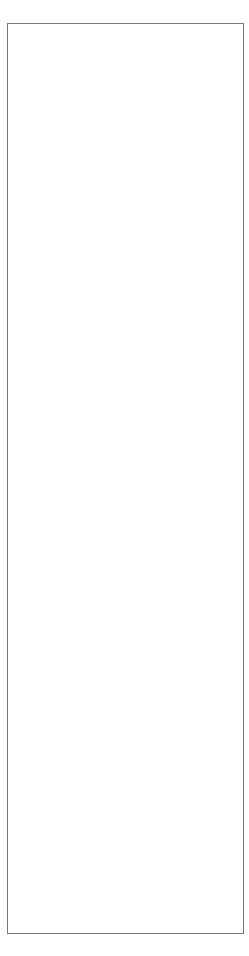
<source format=gbr>
G04 (created by PCBNEW (2013-mar-13)-testing) date Sun 16 Jun 2013 12:52:21 AM NZST*
%MOIN*%
G04 Gerber Fmt 3.4, Leading zero omitted, Abs format*
%FSLAX34Y34*%
G01*
G70*
G90*
G04 APERTURE LIST*
%ADD10C,0.005906*%
%ADD11C,0.003937*%
G04 APERTURE END LIST*
G54D10*
G54D11*
X27559Y-49015D02*
X27559Y-18700D01*
X35433Y-49015D02*
X27559Y-49015D01*
X35433Y-18700D02*
X35433Y-49015D01*
X27559Y-18700D02*
X35433Y-18700D01*
M02*

</source>
